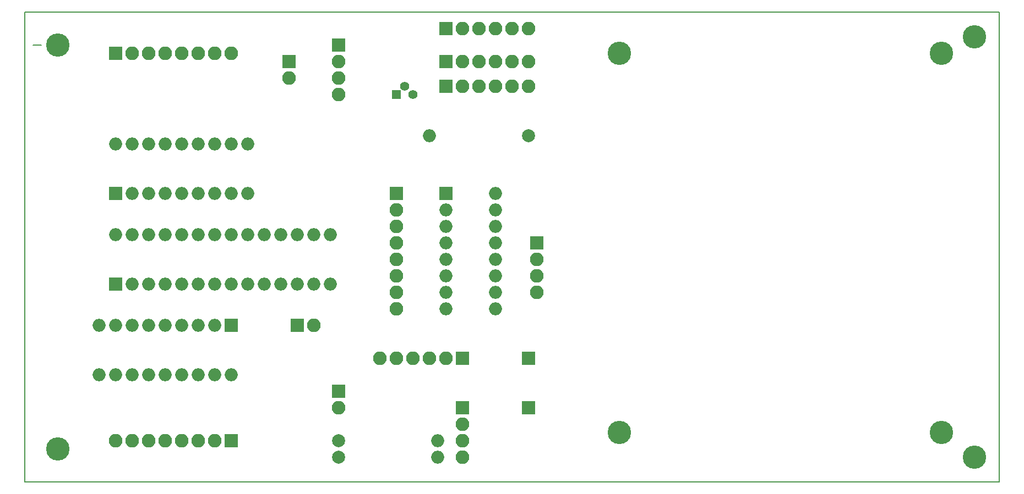
<source format=gbr>
G04 #@! TF.FileFunction,Soldermask,Bot*
%FSLAX46Y46*%
G04 Gerber Fmt 4.6, Leading zero omitted, Abs format (unit mm)*
G04 Created by KiCad (PCBNEW 4.0.7) date Monday, 16. July 2018 'u49' 18:49:17*
%MOMM*%
%LPD*%
G01*
G04 APERTURE LIST*
%ADD10C,0.100000*%
%ADD11C,0.150000*%
%ADD12R,2.000000X2.000000*%
%ADD13O,2.000000X2.000000*%
%ADD14C,1.400000*%
%ADD15R,1.400000X1.400000*%
%ADD16R,2.100000X2.100000*%
%ADD17O,2.100000X2.100000*%
%ADD18C,2.000000*%
%ADD19C,3.600000*%
G04 APERTURE END LIST*
D10*
D11*
X194310000Y-25400000D02*
X50800000Y-25400000D01*
X44450000Y-25400000D02*
X194310000Y-25400000D01*
X44450000Y-26670000D02*
X44450000Y-25400000D01*
X44450000Y-27940000D02*
X44450000Y-26670000D01*
X44450000Y-97790000D02*
X44450000Y-27940000D01*
X194310000Y-97790000D02*
X44450000Y-97790000D01*
X194310000Y-25400000D02*
X194310000Y-97790000D01*
X45720000Y-30480000D02*
X46990000Y-30480000D01*
D12*
X58420000Y-67310000D03*
D13*
X91440000Y-59690000D03*
X60960000Y-67310000D03*
X88900000Y-59690000D03*
X63500000Y-67310000D03*
X86360000Y-59690000D03*
X66040000Y-67310000D03*
X83820000Y-59690000D03*
X68580000Y-67310000D03*
X81280000Y-59690000D03*
X71120000Y-67310000D03*
X78740000Y-59690000D03*
X73660000Y-67310000D03*
X76200000Y-59690000D03*
X76200000Y-67310000D03*
X73660000Y-59690000D03*
X78740000Y-67310000D03*
X71120000Y-59690000D03*
X81280000Y-67310000D03*
X68580000Y-59690000D03*
X83820000Y-67310000D03*
X66040000Y-59690000D03*
X86360000Y-67310000D03*
X63500000Y-59690000D03*
X88900000Y-67310000D03*
X60960000Y-59690000D03*
X91440000Y-67310000D03*
X58420000Y-59690000D03*
D12*
X76200000Y-73660000D03*
D13*
X55880000Y-81280000D03*
X73660000Y-73660000D03*
X58420000Y-81280000D03*
X71120000Y-73660000D03*
X60960000Y-81280000D03*
X68580000Y-73660000D03*
X63500000Y-81280000D03*
X66040000Y-73660000D03*
X66040000Y-81280000D03*
X63500000Y-73660000D03*
X68580000Y-81280000D03*
X60960000Y-73660000D03*
X71120000Y-81280000D03*
X58420000Y-73660000D03*
X73660000Y-81280000D03*
X55880000Y-73660000D03*
X76200000Y-81280000D03*
D12*
X58420000Y-53340000D03*
D13*
X78740000Y-45720000D03*
X60960000Y-53340000D03*
X76200000Y-45720000D03*
X63500000Y-53340000D03*
X73660000Y-45720000D03*
X66040000Y-53340000D03*
X71120000Y-45720000D03*
X68580000Y-53340000D03*
X68580000Y-45720000D03*
X71120000Y-53340000D03*
X66040000Y-45720000D03*
X73660000Y-53340000D03*
X63500000Y-45720000D03*
X76200000Y-53340000D03*
X60960000Y-45720000D03*
X78740000Y-53340000D03*
X58420000Y-45720000D03*
D12*
X109220000Y-53340000D03*
D13*
X116840000Y-71120000D03*
X109220000Y-55880000D03*
X116840000Y-68580000D03*
X109220000Y-58420000D03*
X116840000Y-66040000D03*
X109220000Y-60960000D03*
X116840000Y-63500000D03*
X109220000Y-63500000D03*
X116840000Y-60960000D03*
X109220000Y-66040000D03*
X116840000Y-58420000D03*
X109220000Y-68580000D03*
X116840000Y-55880000D03*
X109220000Y-71120000D03*
X116840000Y-53340000D03*
D14*
X102870000Y-36830000D03*
X104140000Y-38100000D03*
D15*
X101600000Y-38100000D03*
D16*
X76200000Y-91440000D03*
D17*
X73660000Y-91440000D03*
X71120000Y-91440000D03*
X68580000Y-91440000D03*
X66040000Y-91440000D03*
X63500000Y-91440000D03*
X60960000Y-91440000D03*
X58420000Y-91440000D03*
D16*
X58420000Y-31750000D03*
D17*
X60960000Y-31750000D03*
X63500000Y-31750000D03*
X66040000Y-31750000D03*
X68580000Y-31750000D03*
X71120000Y-31750000D03*
X73660000Y-31750000D03*
X76200000Y-31750000D03*
D16*
X121920000Y-78740000D03*
X86360000Y-73660000D03*
D17*
X88900000Y-73660000D03*
D16*
X111760000Y-78740000D03*
D17*
X109220000Y-78740000D03*
X106680000Y-78740000D03*
X104140000Y-78740000D03*
X101600000Y-78740000D03*
X99060000Y-78740000D03*
D16*
X109220000Y-33020000D03*
D17*
X111760000Y-33020000D03*
X114300000Y-33020000D03*
X116840000Y-33020000D03*
X119380000Y-33020000D03*
X121920000Y-33020000D03*
D16*
X109220000Y-36830000D03*
D17*
X111760000Y-36830000D03*
X114300000Y-36830000D03*
X116840000Y-36830000D03*
X119380000Y-36830000D03*
X121920000Y-36830000D03*
D16*
X109220000Y-27940000D03*
D17*
X111760000Y-27940000D03*
X114300000Y-27940000D03*
X116840000Y-27940000D03*
X119380000Y-27940000D03*
X121920000Y-27940000D03*
D16*
X123190000Y-60960000D03*
D17*
X123190000Y-63500000D03*
X123190000Y-66040000D03*
X123190000Y-68580000D03*
D16*
X101600000Y-53340000D03*
D17*
X101600000Y-55880000D03*
X101600000Y-58420000D03*
X101600000Y-60960000D03*
X101600000Y-63500000D03*
X101600000Y-66040000D03*
X101600000Y-68580000D03*
X101600000Y-71120000D03*
D16*
X85090000Y-33020000D03*
D17*
X85090000Y-35560000D03*
D16*
X92710000Y-30480000D03*
D17*
X92710000Y-33020000D03*
X92710000Y-35560000D03*
X92710000Y-38100000D03*
D16*
X111760000Y-86360000D03*
D17*
X111760000Y-88900000D03*
X111760000Y-91440000D03*
X111760000Y-93980000D03*
D16*
X92710000Y-83820000D03*
D17*
X92710000Y-86360000D03*
D18*
X121920000Y-44450000D03*
D13*
X106680000Y-44450000D03*
D18*
X92710000Y-93980000D03*
D13*
X107950000Y-93980000D03*
D18*
X92710000Y-91440000D03*
D13*
X107950000Y-91440000D03*
D16*
X121920000Y-86360000D03*
D19*
X49530000Y-92710000D03*
X135890000Y-90170000D03*
X190500000Y-93980000D03*
X185420000Y-90170000D03*
X135890000Y-31750000D03*
X190500000Y-29210000D03*
X185420000Y-31750000D03*
X49530000Y-30480000D03*
M02*

</source>
